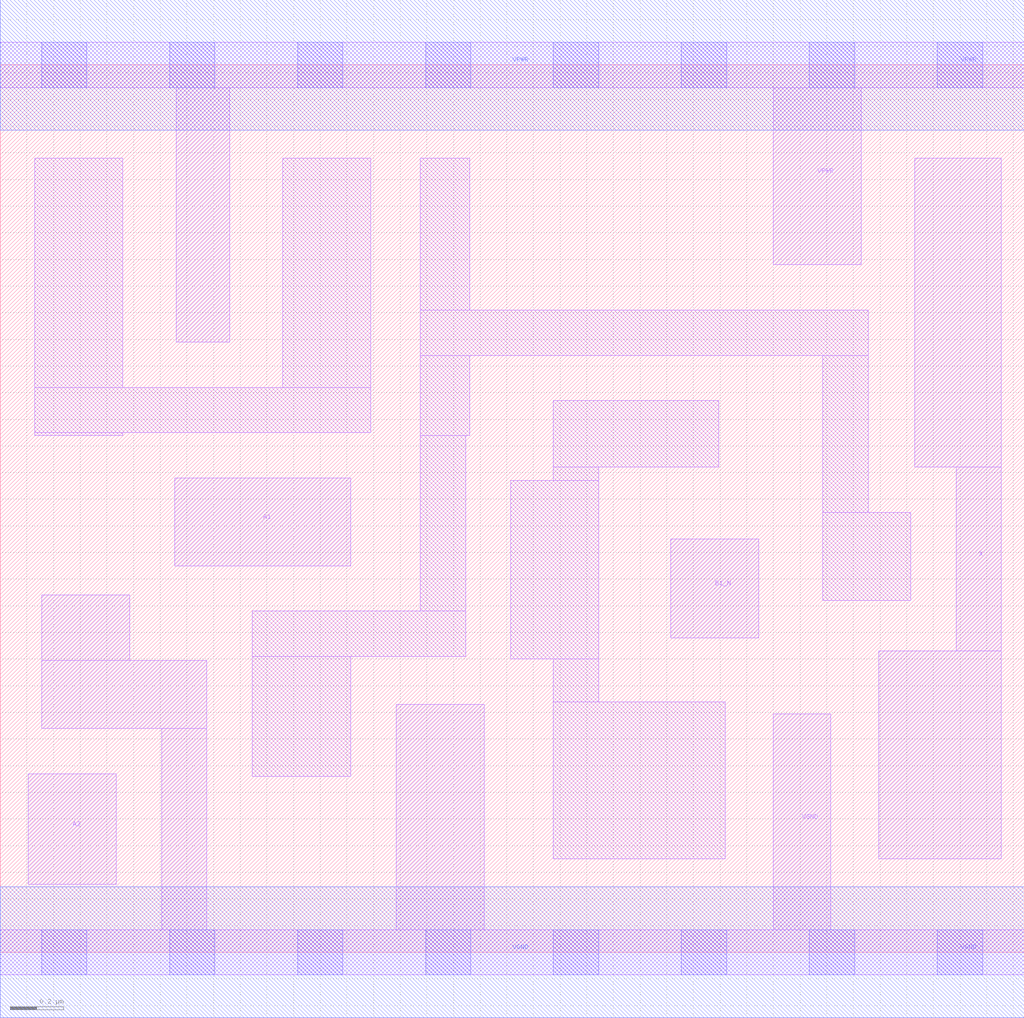
<source format=lef>
# Copyright 2020 The SkyWater PDK Authors
#
# Licensed under the Apache License, Version 2.0 (the "License");
# you may not use this file except in compliance with the License.
# You may obtain a copy of the License at
#
#     https://www.apache.org/licenses/LICENSE-2.0
#
# Unless required by applicable law or agreed to in writing, software
# distributed under the License is distributed on an "AS IS" BASIS,
# WITHOUT WARRANTIES OR CONDITIONS OF ANY KIND, either express or implied.
# See the License for the specific language governing permissions and
# limitations under the License.
#
# SPDX-License-Identifier: Apache-2.0

VERSION 5.7 ;
  NAMESCASESENSITIVE ON ;
  NOWIREEXTENSIONATPIN ON ;
  DIVIDERCHAR "/" ;
  BUSBITCHARS "[]" ;
UNITS
  DATABASE MICRONS 200 ;
END UNITS
MACRO sky130_fd_sc_hs__a21bo_1
  CLASS CORE ;
  SOURCE USER ;
  FOREIGN sky130_fd_sc_hs__a21bo_1 ;
  ORIGIN  0.000000  0.000000 ;
  SIZE  3.840000 BY  3.330000 ;
  SYMMETRY X Y ;
  SITE unit ;
  PIN A1
    ANTENNAGATEAREA  0.246000 ;
    DIRECTION INPUT ;
    USE SIGNAL ;
    PORT
      LAYER li1 ;
        RECT 0.655000 1.450000 1.315000 1.780000 ;
    END
  END A1
  PIN A2
    ANTENNAGATEAREA  0.246000 ;
    DIRECTION INPUT ;
    USE SIGNAL ;
    PORT
      LAYER li1 ;
        RECT 0.105000 0.255000 0.435000 0.670000 ;
    END
  END A2
  PIN B1_N
    ANTENNAGATEAREA  0.208500 ;
    DIRECTION INPUT ;
    USE SIGNAL ;
    PORT
      LAYER li1 ;
        RECT 2.515000 1.180000 2.845000 1.550000 ;
    END
  END B1_N
  PIN X
    ANTENNADIFFAREA  0.504100 ;
    DIRECTION OUTPUT ;
    USE SIGNAL ;
    PORT
      LAYER li1 ;
        RECT 3.295000 0.350000 3.755000 1.130000 ;
        RECT 3.430000 1.820000 3.755000 2.980000 ;
        RECT 3.585000 1.130000 3.755000 1.820000 ;
    END
  END X
  PIN VGND
    DIRECTION INOUT ;
    USE GROUND ;
    PORT
      LAYER li1 ;
        RECT 0.000000 -0.085000 3.840000 0.085000 ;
        RECT 0.155000  0.840000 0.775000 1.095000 ;
        RECT 0.155000  1.095000 0.485000 1.340000 ;
        RECT 0.605000  0.085000 0.775000 0.840000 ;
        RECT 1.485000  0.085000 1.815000 0.930000 ;
        RECT 2.900000  0.085000 3.115000 0.895000 ;
      LAYER mcon ;
        RECT 0.155000 -0.085000 0.325000 0.085000 ;
        RECT 0.635000 -0.085000 0.805000 0.085000 ;
        RECT 1.115000 -0.085000 1.285000 0.085000 ;
        RECT 1.595000 -0.085000 1.765000 0.085000 ;
        RECT 2.075000 -0.085000 2.245000 0.085000 ;
        RECT 2.555000 -0.085000 2.725000 0.085000 ;
        RECT 3.035000 -0.085000 3.205000 0.085000 ;
        RECT 3.515000 -0.085000 3.685000 0.085000 ;
      LAYER met1 ;
        RECT 0.000000 -0.245000 3.840000 0.245000 ;
    END
  END VGND
  PIN VPWR
    DIRECTION INOUT ;
    USE POWER ;
    PORT
      LAYER li1 ;
        RECT 0.000000 3.245000 3.840000 3.415000 ;
        RECT 0.660000 2.290000 0.860000 3.245000 ;
        RECT 2.900000 2.580000 3.230000 3.245000 ;
      LAYER mcon ;
        RECT 0.155000 3.245000 0.325000 3.415000 ;
        RECT 0.635000 3.245000 0.805000 3.415000 ;
        RECT 1.115000 3.245000 1.285000 3.415000 ;
        RECT 1.595000 3.245000 1.765000 3.415000 ;
        RECT 2.075000 3.245000 2.245000 3.415000 ;
        RECT 2.555000 3.245000 2.725000 3.415000 ;
        RECT 3.035000 3.245000 3.205000 3.415000 ;
        RECT 3.515000 3.245000 3.685000 3.415000 ;
      LAYER met1 ;
        RECT 0.000000 3.085000 3.840000 3.575000 ;
    END
  END VPWR
  OBS
    LAYER li1 ;
      RECT 0.130000 1.940000 0.460000 1.950000 ;
      RECT 0.130000 1.950000 1.390000 2.120000 ;
      RECT 0.130000 2.120000 0.460000 2.980000 ;
      RECT 0.945000 0.660000 1.315000 1.110000 ;
      RECT 0.945000 1.110000 1.745000 1.280000 ;
      RECT 1.060000 2.120000 1.390000 2.980000 ;
      RECT 1.575000 1.280000 1.745000 1.940000 ;
      RECT 1.575000 1.940000 1.760000 2.240000 ;
      RECT 1.575000 2.240000 3.255000 2.410000 ;
      RECT 1.575000 2.410000 1.760000 2.980000 ;
      RECT 1.915000 1.100000 2.245000 1.770000 ;
      RECT 2.075000 0.350000 2.720000 0.940000 ;
      RECT 2.075000 0.940000 2.245000 1.100000 ;
      RECT 2.075000 1.770000 2.245000 1.820000 ;
      RECT 2.075000 1.820000 2.695000 2.070000 ;
      RECT 3.085000 1.320000 3.415000 1.650000 ;
      RECT 3.085000 1.650000 3.255000 2.240000 ;
  END
END sky130_fd_sc_hs__a21bo_1

</source>
